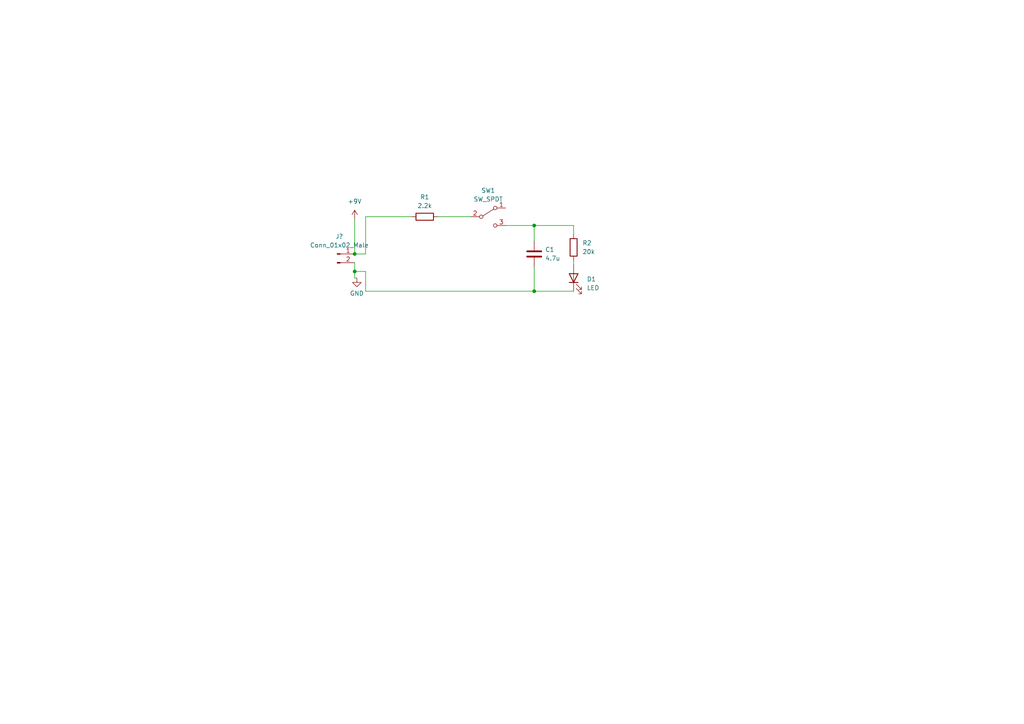
<source format=kicad_sch>
(kicad_sch (version 20211123) (generator eeschema)
  (paper "A4")
  (lib_symbols
    (symbol "Connector:Conn_01x02_Male" (pin_names (offset 1.016) hide)
      (property "Reference" "J" (at 0 2.54 0))
      (property "Value" "Conn_01x02_Male" (at 0 -5.08 0))
      (symbol "Conn_01x02_Male_1_1"
        (polyline (pts (xy 1.27 -2.54) (xy 0.8636 -2.54)) (stroke (width 0.1524)))
        (polyline (pts (xy 1.27 0) (xy 0.8636 0)) (stroke (width 0.1524)))
        (rectangle (start 0.8636 -2.413) (end 0 -2.667) (stroke (width 0.1524)) (fill (type outline)))
        (rectangle (start 0.8636 0.127) (end 0 -0.127) (stroke (width 0.1524)) (fill (type outline)))
        (pin passive line (at 5.08 0 180) (length 3.81) (name "Pin_1") (number "1"))
        (pin passive line (at 5.08 -2.54 180) (length 3.81) (name "Pin_2") (number "2"))
      )
    )
    (symbol "Device:C" (pin_numbers hide) (pin_names (offset 0.254))
      (property "Reference" "C" (at 0.635 2.54 0))
      (property "Value" "C" (at 0.635 -2.54 0))
      (symbol "C_0_1"
        (polyline (pts (xy -2.032 -0.762) (xy 2.032 -0.762)) (stroke (width 0.508)))
        (polyline (pts (xy -2.032 0.762) (xy 2.032 0.762)) (stroke (width 0.508)))
      )
      (symbol "C_1_1"
        (pin passive line (at 0 3.81 270) (length 2.794) (name "~") (number "1"))
        (pin passive line (at 0 -3.81 90) (length 2.794) (name "~") (number "2"))
      )
    )
    (symbol "Device:LED" (pin_numbers hide) (pin_names (offset 1.016) hide)
      (property "Reference" "D" (at 0 2.54 0))
      (property "Value" "LED" (at 0 -2.54 0))
      (symbol "LED_0_1"
        (polyline (pts (xy -1.27 -1.27) (xy -1.27 1.27)) (stroke (width 0.254)))
        (polyline (pts (xy -1.27 0) (xy 1.27 0)))
        (polyline (pts (xy 1.27 -1.27) (xy 1.27 1.27) (xy -1.27 0) (xy 1.27 -1.27)) (stroke (width 0.254)))
        (polyline (pts (xy -3.048 -0.762) (xy -4.572 -2.286) (xy -3.81 -2.286) (xy -4.572 -2.286) (xy -4.572 -1.524)))
        (polyline (pts (xy -1.778 -0.762) (xy -3.302 -2.286) (xy -2.54 -2.286) (xy -3.302 -2.286) (xy -3.302 -1.524)))
      )
      (symbol "LED_1_1"
        (pin passive line (at -3.81 0 0) (length 2.54) (name "K") (number "1"))
        (pin passive line (at 3.81 0 180) (length 2.54) (name "A") (number "2"))
      )
    )
    (symbol "Device:R" (pin_numbers hide) (pin_names (offset 0))
      (property "Reference" "R" (at 2.032 0 90))
      (property "Value" "R" (at 0 0 90))
      (symbol "R_0_1"
        (rectangle (start -1.016 -2.54) (end 1.016 2.54) (stroke (width 0.254)))
      )
      (symbol "R_1_1"
        (pin passive line (at 0 3.81 270) (length 1.27) (name "~") (number "1"))
        (pin passive line (at 0 -3.81 90) (length 1.27) (name "~") (number "2"))
      )
    )
    (symbol "Switch:SW_SPDT" (pin_names (offset 0) hide)
      (property "Reference" "SW" (at 0 4.318 0))
      (property "Value" "SW_SPDT" (at 0 -5.08 0))
      (symbol "SW_SPDT_0_0"
        (circle (center -2.032 0) (radius 0.508))
        (circle (center 2.032 -2.54) (radius 0.508))
      )
      (symbol "SW_SPDT_0_1"
        (polyline (pts (xy -1.524 0.254) (xy 1.651 2.286)))
        (circle (center 2.032 2.54) (radius 0.508))
      )
      (symbol "SW_SPDT_1_1"
        (pin passive line (at 5.08 2.54 180) (length 2.54) (name "A") (number "1"))
        (pin passive line (at -5.08 0 0) (length 2.54) (name "B") (number "2"))
        (pin passive line (at 5.08 -2.54 180) (length 2.54) (name "C") (number "3"))
      )
    )
    (symbol "power:+9V" (power) (pin_names (offset 0))
      (property "Value" "+9V" (at 0 3.556 0))
      (symbol "+9V_0_1"
        (polyline (pts (xy -0.762 1.27) (xy 0 2.54)))
        (polyline (pts (xy 0 0) (xy 0 2.54)))
        (polyline (pts (xy 0 2.54) (xy 0.762 1.27)))
      )
      (symbol "+9V_1_1"
        (pin power_in line (at 0 0 90) (length 0) hide (name "+9V") (number "1"))
      )
    )
    (symbol "power:GND" (power) (pin_names (offset 0))
      (property "Value" "GND" (at 0 -3.81 0))
      (symbol "GND_0_1"
        (polyline (pts (xy 0 0) (xy 0 -1.27) (xy 1.27 -1.27) (xy 0 -2.54) (xy -1.27 -1.27) (xy 0 -1.27)))
      )
      (symbol "GND_1_1"
        (pin power_in line (at 0 0 270) (length 0) hide (name "GND") (number "1"))
      )
    )
  )
  (junction (at 154.94 65.405))
  (junction (at 154.94 84.455))
  (junction (at 102.87 73.66))
  (junction (at 102.87 78.74))
  (wire (pts (xy 166.37 65.405) (xy 166.37 67.945)))
  (wire (pts (xy 166.37 75.565) (xy 166.37 76.835)))
  (wire (pts (xy 106.045 62.865) (xy 106.045 73.66)))
  (wire (pts (xy 154.94 65.405) (xy 166.37 65.405)))
  (wire (pts (xy 102.87 63.5) (xy 102.87 73.66)))
  (wire (pts (xy 102.87 73.66) (xy 106.045 73.66)))
  (wire (pts (xy 102.87 78.74) (xy 102.87 80.645)))
  (wire (pts (xy 127 62.865) (xy 136.525 62.865)))
  (wire (pts (xy 106.045 62.865) (xy 119.38 62.865)))
  (wire (pts (xy 154.94 65.405) (xy 154.94 69.85)))
  (wire (pts (xy 102.87 78.74) (xy 106.045 78.74)))
  (wire (pts (xy 106.045 78.74) (xy 106.045 84.455)))
  (wire (pts (xy 154.94 77.47) (xy 154.94 84.455)))
  (wire (pts (xy 102.87 80.645) (xy 103.505 80.645)))
  (wire (pts (xy 146.685 65.405) (xy 154.94 65.405)))
  (wire (pts (xy 154.94 84.455) (xy 166.37 84.455)))
  (wire (pts (xy 106.045 84.455) (xy 154.94 84.455)))
  (wire (pts (xy 102.87 76.2) (xy 102.87 78.74)))
  (symbol (lib_id "Device:LED") (at 166.37 80.645 90) (unit 1)
    (property "Reference" "D1" (at 170.18 80.9624 90) (effects (justify right)))
    (property "Value" "LED" (at 170.18 83.5024 90) (effects (justify right)))
  )
  (symbol (lib_id "Device:C") (at 154.94 73.66 0) (unit 1)
    (property "Reference" "C1" (at 158.115 72.3899 0) (effects (justify left)))
    (property "Value" "4.7u" (at 158.115 74.9299 0) (effects (justify left)))
  )
  (symbol (lib_id "Device:R") (at 166.37 71.755 180) (unit 1)
    (property "Reference" "R2" (at 168.91 70.4849 0) (effects (justify right)))
    (property "Value" "20k" (at 168.91 73.0249 0) (effects (justify right)))
  )
  (symbol (lib_id "Device:R") (at 123.19 62.865 90) (unit 1)
    (property "Reference" "R1" (at 123.19 57.15 90))
    (property "Value" "2.2k" (at 123.19 59.69 90))
  )
  (symbol (lib_id "Connector:Conn_01x02_Male") (at 97.79 73.66 0) (unit 1)
    (property "Reference" "J?" (at 98.425 68.58 0))
    (property "Value" "Conn_01x02_Male" (at 98.425 71.12 0))
  )
  (symbol (lib_id "power:GND") (at 103.505 80.645 0) (unit 1)
    (property "Reference" "#PWR?" (effects hide))
    (property "Value" "GND" (at 103.505 85.09 0))
  )
  (symbol (lib_id "Switch:SW_SPDT") (at 141.605 62.865 0) (unit 1)
    (property "Reference" "SW1" (at 141.605 55.245 0))
    (property "Value" "SW_SPDT" (at 141.605 57.785 0))
  )
  (symbol (lib_id "power:+9V") (at 102.87 63.5 0) (unit 1)
    (property "Reference" "#PWR?" (effects hide))
    (property "Value" "+9V" (at 102.87 58.42 0))
  )
)
</source>
